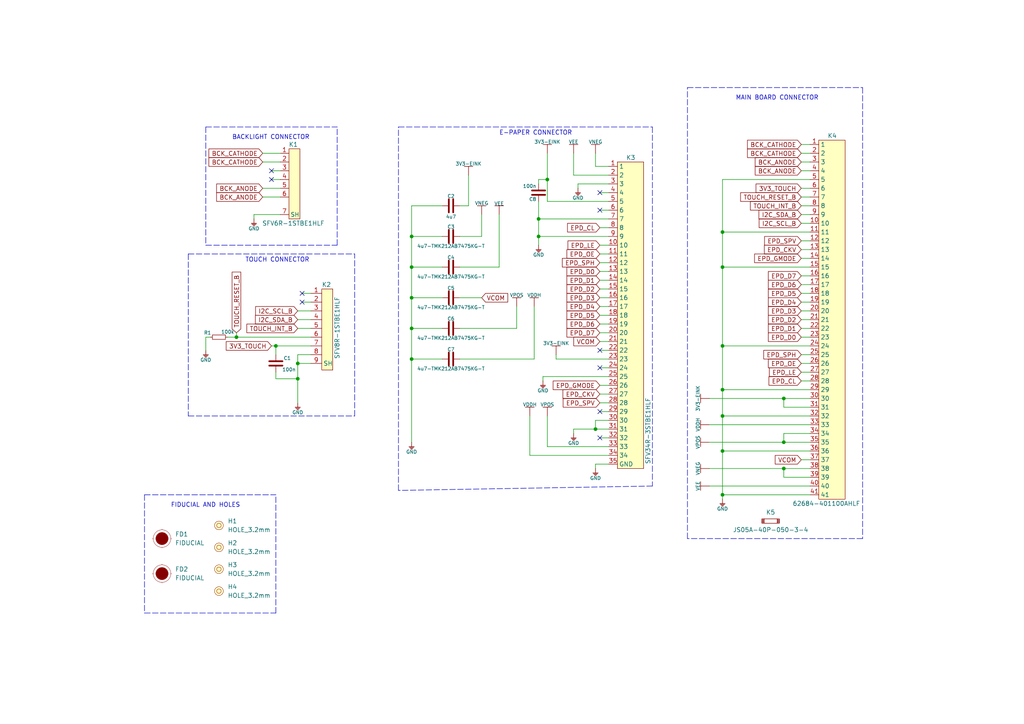
<source format=kicad_sch>
(kicad_sch (version 20211123) (generator eeschema)
  (paper "A4")
  (lib_symbols
    (symbol "e-radionica.com schematics:0603C" (pin_numbers hide) (pin_names (offset 0.002))
      (property "Reference" "C" (at 0 3.81 0))
      (property "Value" "0603C" (at 0 -3.175 0))
      (symbol "0603C_0_1"
        (polyline (pts (xy -0.635 1.905) (xy -0.635 -1.905)) (stroke (width 0.5)))
        (polyline (pts (xy 0.635 1.905) (xy 0.635 -1.905)) (stroke (width 0.5)))
      )
      (symbol "0603C_1_1"
        (pin passive line (at -2.54 0 0) (length 1.9) (name "~") (number "1"))
        (pin passive line (at 2.54 0 180) (length 1.9) (name "~") (number "2"))
      )
    )
    (symbol "e-radionica.com schematics:0603R" (pin_numbers hide) (pin_names (offset 0.254))
      (property "Reference" "R" (at 0 1.27 0))
      (property "Value" "0603R" (at 0 -1.905 0))
      (symbol "0603R_0_1"
        (rectangle (start -1.905 0.635) (end 1.905 -0.635) (stroke (width 0.15)))
      )
      (symbol "0603R_1_1"
        (pin passive line (at -2.54 0 0) (length 0.63) (name "~") (number "1"))
        (pin passive line (at 2.54 0 180) (length 0.63) (name "~") (number "2"))
      )
    )
    (symbol "e-radionica.com schematics:0805C" (pin_numbers hide)
      (property "Reference" "C" (at 0 3.81 0))
      (property "Value" "0805C" (at 0 -3.175 0))
      (symbol "0805C_0_1"
        (polyline (pts (xy -0.635 1.905) (xy -0.635 -1.905)) (stroke (width 0.5)))
        (polyline (pts (xy 0.635 1.905) (xy 0.635 -1.905)) (stroke (width 0.5)))
      )
      (symbol "0805C_1_1"
        (pin passive line (at -2.54 0 0) (length 1.9) (name "~") (number "1"))
        (pin passive line (at 2.54 0 180) (length 1.9) (name "~") (number "2"))
      )
    )
    (symbol "e-radionica.com schematics:3V3-EINK" (power) (pin_names (offset 0))
      (property "Value" "3V3-EINK" (at 0 3.556 0))
      (symbol "3V3-EINK_0_1"
        (polyline (pts (xy -1.27 2.54) (xy 1.27 2.54)) (stroke (width 0.16)))
        (polyline (pts (xy 0 0) (xy 0 2.54)))
      )
      (symbol "3V3-EINK_1_1"
        (pin power_in line (at 0 0 90) (length 0) hide (name "3V3-EINK") (number "1"))
      )
    )
    (symbol "e-radionica.com schematics:62684-401100AHLF"
      (property "Reference" "K" (at 0 52.07 0))
      (property "Value" "62684-401100AHLF" (at 0 -54.61 0))
      (symbol "62684-401100AHLF_0_1"
        (rectangle (start -3.81 50.8) (end 3.81 -53.34) (stroke (width 0.1524)) (fill (type background)))
      )
      (symbol "62684-401100AHLF_1_1"
        (pin input line (at -6.35 49.53 0) (length 2.54) (name "1") (number "1"))
        (pin input line (at -6.35 26.67 0) (length 2.54) (name "10") (number "10"))
        (pin input line (at -6.35 24.13 0) (length 2.54) (name "11") (number "11"))
        (pin input line (at -6.35 21.59 0) (length 2.54) (name "12") (number "12"))
        (pin input line (at -6.35 19.05 0) (length 2.54) (name "13") (number "13"))
        (pin input line (at -6.35 16.51 0) (length 2.54) (name "14") (number "14"))
        (pin input line (at -6.35 13.97 0) (length 2.54) (name "15") (number "15"))
        (pin input line (at -6.35 11.43 0) (length 2.54) (name "16") (number "16"))
        (pin input line (at -6.35 8.89 0) (length 2.54) (name "17") (number "17"))
        (pin input line (at -6.35 6.35 0) (length 2.54) (name "18") (number "18"))
        (pin input line (at -6.35 3.81 0) (length 2.54) (name "19") (number "19"))
        (pin input line (at -6.35 46.99 0) (length 2.54) (name "2") (number "2"))
        (pin input line (at -6.35 1.27 0) (length 2.54) (name "20") (number "20"))
        (pin input line (at -6.35 -1.27 0) (length 2.54) (name "21") (number "21"))
        (pin input line (at -6.35 -3.81 0) (length 2.54) (name "22") (number "22"))
        (pin input line (at -6.35 -6.35 0) (length 2.54) (name "23") (number "23"))
        (pin input line (at -6.35 -8.89 0) (length 2.54) (name "24") (number "24"))
        (pin input line (at -6.35 -11.43 0) (length 2.54) (name "25") (number "25"))
        (pin input line (at -6.35 -13.97 0) (length 2.54) (name "26") (number "26"))
        (pin input line (at -6.35 -16.51 0) (length 2.54) (name "27") (number "27"))
        (pin input line (at -6.35 -19.05 0) (length 2.54) (name "28") (number "28"))
        (pin input line (at -6.35 -21.59 0) (length 2.54) (name "29") (number "29"))
        (pin input line (at -6.35 44.45 0) (length 2.54) (name "3") (number "3"))
        (pin input line (at -6.35 -24.13 0) (length 2.54) (name "30") (number "30"))
        (pin input line (at -6.35 -26.67 0) (length 2.54) (name "31") (number "31"))
        (pin input line (at -6.35 -29.21 0) (length 2.54) (name "32") (number "32"))
        (pin input line (at -6.35 -31.75 0) (length 2.54) (name "33") (number "33"))
        (pin input line (at -6.35 -34.29 0) (length 2.54) (name "34") (number "34"))
        (pin input line (at -6.35 -36.83 0) (length 2.54) (name "35") (number "35"))
        (pin input line (at -6.35 -39.37 0) (length 2.54) (name "36") (number "36"))
        (pin input line (at -6.35 -41.91 0) (length 2.54) (name "37") (number "37"))
        (pin input line (at -6.35 -44.45 0) (length 2.54) (name "38") (number "38"))
        (pin input line (at -6.35 -46.99 0) (length 2.54) (name "39") (number "39"))
        (pin input line (at -6.35 41.91 0) (length 2.54) (name "4") (number "4"))
        (pin input line (at -6.35 -49.53 0) (length 2.54) (name "40") (number "40"))
        (pin input line (at -6.35 -52.07 0) (length 2.54) (name "41") (number "41"))
        (pin input line (at -6.35 39.37 0) (length 2.54) (name "5") (number "5"))
        (pin input line (at -6.35 36.83 0) (length 2.54) (name "6") (number "6"))
        (pin input line (at -6.35 34.29 0) (length 2.54) (name "7") (number "7"))
        (pin input line (at -6.35 31.75 0) (length 2.54) (name "8") (number "8"))
        (pin input line (at -6.35 29.21 0) (length 2.54) (name "9") (number "9"))
      )
    )
    (symbol "e-radionica.com schematics:FIDUCIAL" (in_bom no)
      (property "Reference" "FD" (at 0 3.81 0))
      (property "Value" "FIDUCIAL" (at 0 -3.81 0))
      (symbol "FIDUCIAL_0_1"
        (polyline (pts (xy -2.54 0) (xy -2.794 0)) (stroke (width 0.0006)))
        (polyline (pts (xy 0 -2.54) (xy 0 -2.794)) (stroke (width 0.0006)))
        (polyline (pts (xy 0 2.54) (xy 0 2.794)) (stroke (width 0.0006)))
        (polyline (pts (xy 2.54 0) (xy 2.794 0)) (stroke (width 0.0006)))
        (circle (center 0 0) (radius 1.7961) (stroke (width 0.001)) (fill (type outline)))
        (circle (center 0 0) (radius 2.54) (stroke (width 0.0006)))
      )
    )
    (symbol "e-radionica.com schematics:GND" (power) (pin_names (offset 0))
      (property "Value" "GND" (at 0 -2.921 0))
      (symbol "GND_0_1"
        (polyline (pts (xy -0.762 -1.27) (xy 0.762 -1.27)) (stroke (width 0.16)))
        (polyline (pts (xy -0.635 -1.524) (xy 0.635 -1.524)) (stroke (width 0.16)))
        (polyline (pts (xy -0.381 -1.778) (xy 0.381 -1.778)) (stroke (width 0.16)))
        (polyline (pts (xy -0.127 -2.032) (xy 0.127 -2.032)) (stroke (width 0.16)))
        (polyline (pts (xy 0 0) (xy 0 -1.27)) (stroke (width 0.16)))
      )
      (symbol "GND_1_1"
        (pin power_in line (at 0 0 270) (length 0) hide (name "GND") (number "1"))
      )
    )
    (symbol "e-radionica.com schematics:HOLE_3.2mm" (pin_numbers hide) (pin_names hide)
      (property "Reference" "H" (at 0 2.54 0))
      (property "Value" "HOLE_3.2mm" (at 0 -2.54 0))
      (symbol "HOLE_3.2mm_0_1"
        (circle (center 0 0) (radius 0.635) (stroke (width 0.1)))
        (circle (center 0 0) (radius 1.27) (stroke (width 0.1)) (fill (type background)))
      )
    )
    (symbol "e-radionica.com schematics:JS05A-40P-050-3-4" (pin_numbers hide) (pin_names hide)
      (property "Reference" "K?" (at 0 2.54 0))
      (property "Value" "JS05A-40P-050-3-4" (at 0 -2.54 0))
      (symbol "JS05A-40P-050-3-4_0_1"
        (rectangle (start -2.54 0.635) (end 2.54 -0.635) (stroke (width 0.1524)))
        (polyline (pts (xy -2.54 -0.381) (xy -1.905 -0.381)) (stroke (width 0.1524)))
        (polyline (pts (xy -2.54 -0.127) (xy -1.905 -0.127)) (stroke (width 0.1524)))
        (polyline (pts (xy -2.54 0.127) (xy -1.905 0.127)) (stroke (width 0.1524)))
        (polyline (pts (xy -2.54 0.381) (xy -1.905 0.381)) (stroke (width 0.1524)))
        (polyline (pts (xy -1.905 0.635) (xy -1.905 -0.635)) (stroke (width 0.1524)))
        (polyline (pts (xy 1.905 -0.381) (xy 2.54 -0.381)) (stroke (width 0.1524)))
        (polyline (pts (xy 1.905 -0.127) (xy 2.54 -0.127)) (stroke (width 0.1524)))
        (polyline (pts (xy 1.905 0.127) (xy 2.54 0.127)) (stroke (width 0.1524)))
        (polyline (pts (xy 1.905 0.381) (xy 2.54 0.381)) (stroke (width 0.1524)))
        (polyline (pts (xy 1.905 0.635) (xy 1.905 -0.635)) (stroke (width 0.1524)))
      )
    )
    (symbol "e-radionica.com schematics:SFV34R-3STBE1HLF"
      (property "Reference" "K" (at 0 45.72 0))
      (property "Value" "SFV34R-3STBE1HLF" (at 0 -46.99 0))
      (symbol "SFV34R-3STBE1HLF_0_1"
        (rectangle (start -3.81 44.45) (end 3.81 -44.45) (stroke (width 0.1524)) (fill (type background)))
      )
      (symbol "SFV34R-3STBE1HLF_1_1"
        (pin input line (at -6.35 43.18 0) (length 2.54) (name "1") (number "1"))
        (pin input line (at -6.35 20.32 0) (length 2.54) (name "10") (number "10"))
        (pin input line (at -6.35 17.78 0) (length 2.54) (name "11") (number "11"))
        (pin input line (at -6.35 15.24 0) (length 2.54) (name "12") (number "12"))
        (pin input line (at -6.35 12.7 0) (length 2.54) (name "13") (number "13"))
        (pin input line (at -6.35 10.16 0) (length 2.54) (name "14") (number "14"))
        (pin input line (at -6.35 7.62 0) (length 2.54) (name "15") (number "15"))
        (pin input line (at -6.35 5.08 0) (length 2.54) (name "16") (number "16"))
        (pin input line (at -6.35 2.54 0) (length 2.54) (name "17") (number "17"))
        (pin input line (at -6.35 0 0) (length 2.54) (name "18") (number "18"))
        (pin input line (at -6.35 -2.54 0) (length 2.54) (name "19") (number "19"))
        (pin input line (at -6.35 40.64 0) (length 2.54) (name "2") (number "2"))
        (pin input line (at -6.35 -5.08 0) (length 2.54) (name "20") (number "20"))
        (pin input line (at -6.35 -7.62 0) (length 2.54) (name "21") (number "21"))
        (pin input line (at -6.35 -10.16 0) (length 2.54) (name "22") (number "22"))
        (pin input line (at -6.35 -12.7 0) (length 2.54) (name "23") (number "23"))
        (pin input line (at -6.35 -15.24 0) (length 2.54) (name "24") (number "24"))
        (pin input line (at -6.35 -17.78 0) (length 2.54) (name "25") (number "25"))
        (pin input line (at -6.35 -20.32 0) (length 2.54) (name "26") (number "26"))
        (pin input line (at -6.35 -22.86 0) (length 2.54) (name "27") (number "27"))
        (pin input line (at -6.35 -25.4 0) (length 2.54) (name "28") (number "28"))
        (pin input line (at -6.35 -27.94 0) (length 2.54) (name "29") (number "29"))
        (pin input line (at -6.35 38.1 0) (length 2.54) (name "3") (number "3"))
        (pin input line (at -6.35 -30.48 0) (length 2.54) (name "30") (number "30"))
        (pin input line (at -6.35 -33.02 0) (length 2.54) (name "31") (number "31"))
        (pin input line (at -6.35 -35.56 0) (length 2.54) (name "32") (number "32"))
        (pin input line (at -6.35 -38.1 0) (length 2.54) (name "33") (number "33"))
        (pin input line (at -6.35 -40.64 0) (length 2.54) (name "34") (number "34"))
        (pin input line (at -6.35 -43.18 0) (length 2.54) (name "GND") (number "35"))
        (pin input line (at -6.35 35.56 0) (length 2.54) (name "4") (number "4"))
        (pin input line (at -6.35 33.02 0) (length 2.54) (name "5") (number "5"))
        (pin input line (at -6.35 30.48 0) (length 2.54) (name "6") (number "6"))
        (pin input line (at -6.35 27.94 0) (length 2.54) (name "7") (number "7"))
        (pin input line (at -6.35 25.4 0) (length 2.54) (name "8") (number "8"))
        (pin input line (at -6.35 22.86 0) (length 2.54) (name "9") (number "9"))
      )
    )
    (symbol "e-radionica.com schematics:SFV6R-1STBE1HLF"
      (property "Reference" "K" (at 0 11.43 0))
      (property "Value" "SFV6R-1STBE1HLF" (at 0 -11.43 0))
      (symbol "SFV6R-1STBE1HLF_0_1"
        (rectangle (start -1.27 10.16) (end 1.905 -10.16) (fill (type background)))
      )
      (symbol "SFV6R-1STBE1HLF_1_1"
        (pin passive line (at -3.81 8.89 0) (length 2.46) (name "") (number "1"))
        (pin passive line (at -3.81 6.35 0) (length 2.46) (name "") (number "2"))
        (pin passive line (at -3.81 3.81 0) (length 2.46) (name "") (number "3"))
        (pin passive line (at -3.81 1.27 0) (length 2.46) (name "") (number "4"))
        (pin passive line (at -3.81 -1.27 0) (length 2.46) (name "") (number "5"))
        (pin passive line (at -3.81 -3.81 0) (length 2.46) (name "") (number "6"))
        (pin passive line (at -3.81 -8.89 0) (length 2.46) (name "SH") (number "7"))
      )
    )
    (symbol "e-radionica.com schematics:SFV8R-1STBE1HLF"
      (property "Reference" "K" (at 1.27 1.27 0))
      (property "Value" "SFV8R-1STBE1HLF" (at 1.27 -9.525 90))
      (symbol "SFV8R-1STBE1HLF_0_1"
        (rectangle (start -0.635 0) (end 2.54 -23.495) (fill (type background)))
      )
      (symbol "SFV8R-1STBE1HLF_1_1"
        (pin passive line (at -3.81 -1.27 0) (length 3.1) (name "") (number "1"))
        (pin passive line (at -3.81 -3.81 0) (length 3.1) (name "") (number "2"))
        (pin passive line (at -3.81 -6.35 0) (length 3.1) (name "") (number "3"))
        (pin passive line (at -3.81 -8.89 0) (length 3.1) (name "") (number "4"))
        (pin passive line (at -3.81 -11.43 0) (length 3.1) (name "") (number "5"))
        (pin passive line (at -3.81 -13.97 0) (length 3.1) (name "") (number "6"))
        (pin passive line (at -3.81 -16.51 0) (length 3.1) (name "") (number "7"))
        (pin passive line (at -3.81 -19.05 0) (length 3.1) (name "") (number "8"))
        (pin passive line (at -3.81 -21.59 0) (length 3.1) (name "SH") (number "9"))
      )
    )
    (symbol "e-radionica.com schematics:VDDH" (power) (pin_names (offset 0))
      (property "Value" "VDDH" (at 0 3.556 0))
      (symbol "VDDH_0_1"
        (polyline (pts (xy -1.27 2.54) (xy 1.27 2.54)) (stroke (width 0.16)))
        (polyline (pts (xy 0 0) (xy 0 2.54)))
      )
      (symbol "VDDH_1_1"
        (pin power_in line (at 0 0 90) (length 0) hide (name "VDDH") (number "1"))
      )
    )
    (symbol "e-radionica.com schematics:VEE" (power) (pin_names (offset 0))
      (property "Value" "VEE" (at 0 3.556 0))
      (symbol "VEE_0_1"
        (polyline (pts (xy -1.27 2.54) (xy 1.27 2.54)) (stroke (width 0.16)))
        (polyline (pts (xy 0 0) (xy 0 2.54)))
      )
      (symbol "VEE_1_1"
        (pin power_in line (at 0 0 90) (length 0) hide (name "VEE") (number "1"))
      )
    )
    (symbol "e-radionica.com schematics:VNEG" (power) (pin_names (offset 0))
      (property "Value" "VNEG" (at 0 3.556 0))
      (symbol "VNEG_0_1"
        (polyline (pts (xy -1.27 2.54) (xy 1.27 2.54)) (stroke (width 0.16)))
        (polyline (pts (xy 0 0) (xy 0 2.54)))
      )
      (symbol "VNEG_1_1"
        (pin power_in line (at 0 0 90) (length 0) hide (name "VNEG") (number "1"))
      )
    )
    (symbol "e-radionica.com schematics:VPOS" (power) (pin_names (offset 0))
      (property "Value" "VPOS" (at 0 3.556 0))
      (symbol "VPOS_0_1"
        (polyline (pts (xy -1.27 2.54) (xy 1.27 2.54)) (stroke (width 0.16)))
        (polyline (pts (xy 0 0) (xy 0 2.54)))
      )
      (symbol "VPOS_1_1"
        (pin power_in line (at 0 0 90) (length 0) hide (name "VPOS") (number "1"))
      )
    )
  )
  (junction (at 158.75 52.07))
  (junction (at 172.72 124.46))
  (junction (at 86.36 109.855))
  (junction (at 156.21 68.58))
  (junction (at 209.55 100.33))
  (junction (at 227.33 128.27))
  (junction (at 227.33 135.89))
  (junction (at 209.55 130.81))
  (junction (at 119.38 86.36))
  (junction (at 119.38 104.14))
  (junction (at 119.38 95.25))
  (junction (at 156.21 63.5))
  (junction (at 209.55 113.03))
  (junction (at 68.58 97.79))
  (junction (at 80.01 100.33))
  (junction (at 209.55 143.51))
  (junction (at 209.55 77.47))
  (junction (at 119.38 68.58))
  (junction (at 227.33 115.57))
  (junction (at 86.36 105.41))
  (junction (at 209.55 120.65))
  (junction (at 209.55 67.31))
  (junction (at 119.38 77.47))
  (no_connect (at 173.99 60.96))
  (no_connect (at 173.99 127))
  (no_connect (at 173.99 101.6))
  (no_connect (at 173.99 106.68))
  (no_connect (at 173.99 55.88))
  (no_connect (at 87.63 87.63))
  (no_connect (at 87.63 85.09))
  (no_connect (at 78.74 49.53))
  (no_connect (at 78.74 52.07))
  (no_connect (at 173.99 119.38))
  (wire (pts (xy 86.36 116.84) (xy 86.36 109.855)))
  (polyline (pts (xy 54.61 73.66) (xy 102.87 73.66)))
  (wire (pts (xy 232.41 87.63) (xy 234.95 87.63)))
  (wire (pts (xy 119.38 104.14) (xy 119.38 128.27)))
  (wire (pts (xy 173.99 101.6) (xy 176.53 101.6)))
  (wire (pts (xy 119.38 86.36) (xy 128.27 86.36)))
  (wire (pts (xy 87.63 87.63) (xy 90.17 87.63)))
  (wire (pts (xy 167.64 54.61) (xy 167.64 53.34)))
  (wire (pts (xy 227.33 125.73) (xy 227.33 128.27)))
  (wire (pts (xy 227.33 135.89) (xy 234.95 135.89)))
  (wire (pts (xy 227.33 138.43) (xy 227.33 135.89)))
  (wire (pts (xy 173.99 111.76) (xy 176.53 111.76)))
  (wire (pts (xy 232.41 54.61) (xy 234.95 54.61)))
  (wire (pts (xy 173.99 119.38) (xy 176.53 119.38)))
  (wire (pts (xy 232.41 85.09) (xy 234.95 85.09)))
  (wire (pts (xy 119.38 95.25) (xy 119.38 104.14)))
  (wire (pts (xy 209.55 143.51) (xy 209.55 144.78)))
  (wire (pts (xy 172.72 44.45) (xy 172.72 48.26)))
  (wire (pts (xy 232.41 105.41) (xy 234.95 105.41)))
  (polyline (pts (xy 250.19 156.21) (xy 199.39 156.21)))
  (polyline (pts (xy 250.19 25.4) (xy 250.19 156.21)))
  (polyline (pts (xy 189.23 140.97) (xy 115.57 142.24)))
  (wire (pts (xy 158.75 129.54) (xy 176.53 129.54)))
  (wire (pts (xy 173.99 88.9) (xy 176.53 88.9)))
  (polyline (pts (xy 102.87 120.65) (xy 102.87 73.66)))
  (wire (pts (xy 232.41 74.93) (xy 234.95 74.93)))
  (wire (pts (xy 173.99 71.12) (xy 176.53 71.12)))
  (polyline (pts (xy 97.79 71.12) (xy 97.79 36.83)))
  (wire (pts (xy 173.99 66.04) (xy 176.53 66.04)))
  (wire (pts (xy 209.55 100.33) (xy 234.95 100.33)))
  (wire (pts (xy 232.41 102.87) (xy 234.95 102.87)))
  (polyline (pts (xy 199.39 156.21) (xy 199.39 25.4)))
  (wire (pts (xy 86.36 102.87) (xy 86.36 105.41)))
  (wire (pts (xy 78.74 49.53) (xy 81.28 49.53)))
  (wire (pts (xy 173.99 96.52) (xy 176.53 96.52)))
  (wire (pts (xy 173.99 127) (xy 176.53 127)))
  (wire (pts (xy 158.75 52.07) (xy 158.75 58.42)))
  (wire (pts (xy 232.41 41.91) (xy 234.95 41.91)))
  (wire (pts (xy 156.21 58.42) (xy 156.21 63.5)))
  (polyline (pts (xy 115.57 36.83) (xy 189.23 36.83)))
  (wire (pts (xy 73.66 62.23) (xy 73.66 63.5)))
  (wire (pts (xy 232.41 133.35) (xy 234.95 133.35)))
  (wire (pts (xy 227.33 128.27) (xy 234.95 128.27)))
  (wire (pts (xy 161.29 102.87) (xy 161.29 104.14)))
  (wire (pts (xy 176.53 132.08) (xy 153.67 132.08)))
  (wire (pts (xy 73.66 62.23) (xy 81.28 62.23)))
  (wire (pts (xy 119.38 59.69) (xy 128.27 59.69)))
  (wire (pts (xy 234.95 118.11) (xy 227.33 118.11)))
  (wire (pts (xy 173.99 99.06) (xy 176.53 99.06)))
  (wire (pts (xy 173.99 116.84) (xy 176.53 116.84)))
  (wire (pts (xy 90.17 105.41) (xy 86.36 105.41)))
  (wire (pts (xy 232.41 64.77) (xy 234.95 64.77)))
  (polyline (pts (xy 115.57 142.24) (xy 115.57 36.83)))
  (wire (pts (xy 209.55 52.07) (xy 209.55 67.31)))
  (wire (pts (xy 173.99 91.44) (xy 176.53 91.44)))
  (wire (pts (xy 173.99 60.96) (xy 176.53 60.96)))
  (wire (pts (xy 157.48 109.22) (xy 176.53 109.22)))
  (wire (pts (xy 232.41 59.69) (xy 234.95 59.69)))
  (wire (pts (xy 209.55 100.33) (xy 209.55 113.03)))
  (wire (pts (xy 232.41 95.25) (xy 234.95 95.25)))
  (wire (pts (xy 209.55 120.65) (xy 234.95 120.65)))
  (wire (pts (xy 119.38 68.58) (xy 119.38 77.47)))
  (wire (pts (xy 232.41 97.79) (xy 234.95 97.79)))
  (wire (pts (xy 158.75 44.45) (xy 158.75 52.07)))
  (wire (pts (xy 166.37 125.73) (xy 166.37 124.46)))
  (wire (pts (xy 209.55 67.31) (xy 234.95 67.31)))
  (wire (pts (xy 80.01 109.855) (xy 86.36 109.855)))
  (wire (pts (xy 119.38 59.69) (xy 119.38 68.58)))
  (wire (pts (xy 68.58 97.79) (xy 90.17 97.79)))
  (polyline (pts (xy 199.39 25.4) (xy 250.19 25.4)))
  (wire (pts (xy 166.37 50.8) (xy 176.53 50.8)))
  (wire (pts (xy 176.53 58.42) (xy 158.75 58.42)))
  (wire (pts (xy 86.36 90.17) (xy 90.17 90.17)))
  (wire (pts (xy 68.58 96.52) (xy 68.58 97.79)))
  (wire (pts (xy 76.2 44.45) (xy 81.28 44.45)))
  (wire (pts (xy 173.99 114.3) (xy 176.53 114.3)))
  (wire (pts (xy 144.78 62.23) (xy 144.78 77.47)))
  (wire (pts (xy 135.89 50.8) (xy 135.89 59.69)))
  (wire (pts (xy 232.41 44.45) (xy 234.95 44.45)))
  (wire (pts (xy 156.21 53.34) (xy 156.21 52.07)))
  (wire (pts (xy 172.72 124.46) (xy 176.53 124.46)))
  (polyline (pts (xy 59.69 71.12) (xy 97.79 71.12)))
  (wire (pts (xy 133.35 104.14) (xy 154.94 104.14)))
  (wire (pts (xy 60.96 97.79) (xy 59.69 97.79)))
  (wire (pts (xy 86.36 95.25) (xy 90.17 95.25)))
  (wire (pts (xy 128.27 104.14) (xy 119.38 104.14)))
  (wire (pts (xy 232.41 62.23) (xy 234.95 62.23)))
  (wire (pts (xy 232.41 92.71) (xy 234.95 92.71)))
  (polyline (pts (xy 59.69 36.83) (xy 59.69 71.12)))
  (wire (pts (xy 176.53 121.92) (xy 172.72 121.92)))
  (wire (pts (xy 173.99 93.98) (xy 176.53 93.98)))
  (wire (pts (xy 232.41 107.95) (xy 234.95 107.95)))
  (wire (pts (xy 232.41 57.15) (xy 234.95 57.15)))
  (wire (pts (xy 227.33 138.43) (xy 234.95 138.43)))
  (wire (pts (xy 78.74 100.33) (xy 80.01 100.33)))
  (wire (pts (xy 209.55 77.47) (xy 209.55 100.33)))
  (wire (pts (xy 158.75 120.65) (xy 158.75 129.54)))
  (wire (pts (xy 119.38 77.47) (xy 128.27 77.47)))
  (wire (pts (xy 119.38 86.36) (xy 119.38 95.25)))
  (wire (pts (xy 205.74 123.19) (xy 234.95 123.19)))
  (wire (pts (xy 209.55 120.65) (xy 209.55 130.81)))
  (wire (pts (xy 234.95 115.57) (xy 227.33 115.57)))
  (wire (pts (xy 128.27 68.58) (xy 119.38 68.58)))
  (wire (pts (xy 133.35 77.47) (xy 144.78 77.47)))
  (wire (pts (xy 86.36 105.41) (xy 86.36 109.855)))
  (wire (pts (xy 173.99 86.36) (xy 176.53 86.36)))
  (wire (pts (xy 156.21 68.58) (xy 156.21 71.12)))
  (wire (pts (xy 90.17 102.87) (xy 86.36 102.87)))
  (wire (pts (xy 156.21 63.5) (xy 176.53 63.5)))
  (polyline (pts (xy 41.91 177.8) (xy 80.01 177.8)))
  (wire (pts (xy 76.2 54.61) (xy 81.28 54.61)))
  (wire (pts (xy 167.64 53.34) (xy 176.53 53.34)))
  (wire (pts (xy 209.55 67.31) (xy 209.55 77.47)))
  (wire (pts (xy 80.01 102.87) (xy 80.01 100.33)))
  (wire (pts (xy 59.69 97.79) (xy 59.69 101.6)))
  (wire (pts (xy 156.21 52.07) (xy 158.75 52.07)))
  (wire (pts (xy 139.7 68.58) (xy 139.7 62.23)))
  (polyline (pts (xy 80.01 177.8) (xy 80.01 143.51)))
  (polyline (pts (xy 54.61 120.65) (xy 102.87 120.65)))
  (wire (pts (xy 209.55 77.47) (xy 234.95 77.47)))
  (wire (pts (xy 173.99 55.88) (xy 176.53 55.88)))
  (wire (pts (xy 139.7 86.36) (xy 133.35 86.36)))
  (wire (pts (xy 172.72 134.62) (xy 176.53 134.62)))
  (wire (pts (xy 232.41 82.55) (xy 234.95 82.55)))
  (polyline (pts (xy 59.69 36.83) (xy 97.79 36.83)))
  (wire (pts (xy 227.33 125.73) (xy 234.95 125.73)))
  (polyline (pts (xy 41.91 143.51) (xy 80.01 143.51)))
  (wire (pts (xy 205.74 135.89) (xy 227.33 135.89)))
  (wire (pts (xy 80.01 107.95) (xy 80.01 109.855)))
  (wire (pts (xy 133.35 95.25) (xy 149.86 95.25)))
  (wire (pts (xy 166.37 44.45) (xy 166.37 50.8)))
  (wire (pts (xy 161.29 104.14) (xy 176.53 104.14)))
  (wire (pts (xy 86.36 92.71) (xy 90.17 92.71)))
  (wire (pts (xy 205.74 128.27) (xy 227.33 128.27)))
  (wire (pts (xy 156.21 68.58) (xy 176.53 68.58)))
  (wire (pts (xy 232.41 90.17) (xy 234.95 90.17)))
  (wire (pts (xy 209.55 52.07) (xy 234.95 52.07)))
  (wire (pts (xy 87.63 85.09) (xy 90.17 85.09)))
  (wire (pts (xy 232.41 46.99) (xy 234.95 46.99)))
  (polyline (pts (xy 41.91 143.51) (xy 41.91 177.8)))
  (wire (pts (xy 173.99 106.68) (xy 176.53 106.68)))
  (wire (pts (xy 149.86 88.9) (xy 149.86 95.25)))
  (wire (pts (xy 66.04 97.79) (xy 68.58 97.79)))
  (wire (pts (xy 76.2 57.15) (xy 81.28 57.15)))
  (wire (pts (xy 234.95 143.51) (xy 209.55 143.51)))
  (wire (pts (xy 173.99 81.28) (xy 176.53 81.28)))
  (wire (pts (xy 173.99 78.74) (xy 176.53 78.74)))
  (wire (pts (xy 172.72 48.26) (xy 176.53 48.26)))
  (wire (pts (xy 209.55 113.03) (xy 234.95 113.03)))
  (wire (pts (xy 209.55 113.03) (xy 209.55 120.65)))
  (wire (pts (xy 173.99 73.66) (xy 176.53 73.66)))
  (wire (pts (xy 232.41 49.53) (xy 234.95 49.53)))
  (wire (pts (xy 173.99 83.82) (xy 176.53 83.82)))
  (wire (pts (xy 173.99 76.2) (xy 176.53 76.2)))
  (wire (pts (xy 76.2 46.99) (xy 81.28 46.99)))
  (wire (pts (xy 172.72 135.89) (xy 172.72 134.62)))
  (wire (pts (xy 156.21 63.5) (xy 156.21 68.58)))
  (wire (pts (xy 154.94 88.9) (xy 154.94 104.14)))
  (wire (pts (xy 157.48 110.49) (xy 157.48 109.22)))
  (wire (pts (xy 119.38 77.47) (xy 119.38 86.36)))
  (wire (pts (xy 232.41 69.85) (xy 234.95 69.85)))
  (wire (pts (xy 205.74 115.57) (xy 227.33 115.57)))
  (wire (pts (xy 166.37 124.46) (xy 172.72 124.46)))
  (wire (pts (xy 172.72 121.92) (xy 172.72 124.46)))
  (polyline (pts (xy 54.61 73.66) (xy 54.61 120.65)))
  (wire (pts (xy 205.74 140.97) (xy 234.95 140.97)))
  (wire (pts (xy 128.27 95.25) (xy 119.38 95.25)))
  (wire (pts (xy 78.74 52.07) (xy 81.28 52.07)))
  (wire (pts (xy 227.33 118.11) (xy 227.33 115.57)))
  (wire (pts (xy 80.01 100.33) (xy 90.17 100.33)))
  (wire (pts (xy 153.67 132.08) (xy 153.67 120.65)))
  (wire (pts (xy 232.41 72.39) (xy 234.95 72.39)))
  (wire (pts (xy 133.35 59.69) (xy 135.89 59.69)))
  (wire (pts (xy 232.41 110.49) (xy 234.95 110.49)))
  (polyline (pts (xy 189.23 36.83) (xy 189.23 140.97)))
  (wire (pts (xy 209.55 130.81) (xy 234.95 130.81)))
  (wire (pts (xy 232.41 80.01) (xy 234.95 80.01)))
  (wire (pts (xy 209.55 130.81) (xy 209.55 143.51)))
  (wire (pts (xy 133.35 68.58) (xy 139.7 68.58)))
  (text "TOUCH CONNECTOR" (at 71.12 76.2 0) (effects (font (size 1.27 1.27)) (justify left bottom)))
  (text "FIDUCIAL AND HOLES" (at 49.53 147.32 0) (effects (font (size 1.27 1.27)) (justify left bottom)))
  (text "E-PAPER CONNECTOR\n" (at 144.78 39.37 0) (effects (font (size 1.27 1.27)) (justify left bottom)))
  (text "BACKLIGHT CONNECTOR" (at 67.31 40.64 0) (effects (font (size 1.27 1.27)) (justify left bottom)))
  (text "MAIN BOARD CONNECTOR\n" (at 213.36 29.21 0) (effects (font (size 1.27 1.27)) (justify left bottom)))
  (global_label "EPD_SPH" (shape input) (at 232.41 102.87 180) (property "Intersheet References" "${INTERSHEET_REFS}" (effects hide)))
  (global_label "BCK_CATHODE" (shape input) (at 232.41 41.91 180) (property "Intersheet References" "${INTERSHEET_REFS}" (effects hide)))
  (global_label "EPD_D6" (shape input) (at 173.99 93.98 180) (property "Intersheet References" "${INTERSHEET_REFS}" (effects hide)))
  (global_label "BCK_CATHODE" (shape input) (at 76.2 46.99 180) (property "Intersheet References" "${INTERSHEET_REFS}" (effects hide)))
  (global_label "EPD_D1" (shape input) (at 232.41 95.25 180) (property "Intersheet References" "${INTERSHEET_REFS}" (effects hide)))
  (global_label "EPD_D4" (shape input) (at 232.41 87.63 180) (property "Intersheet References" "${INTERSHEET_REFS}" (effects hide)))
  (global_label "EPD_D3" (shape input) (at 173.99 86.36 180) (property "Intersheet References" "${INTERSHEET_REFS}" (effects hide)))
  (global_label "TOUCH_INT_B" (shape input) (at 232.41 59.69 180) (property "Intersheet References" "${INTERSHEET_REFS}" (effects hide)))
  (global_label "BCK_ANODE" (shape input) (at 232.41 46.99 180) (property "Intersheet References" "${INTERSHEET_REFS}" (effects hide)))
  (global_label "EPD_D0" (shape input) (at 232.41 97.79 180) (property "Intersheet References" "${INTERSHEET_REFS}" (effects hide)))
  (global_label "I2C_SDA_B" (shape input) (at 232.41 62.23 180) (property "Intersheet References" "${INTERSHEET_REFS}" (effects hide)))
  (global_label "EPD_D2" (shape input) (at 232.41 92.71 180) (property "Intersheet References" "${INTERSHEET_REFS}" (effects hide)))
  (global_label "TOUCH_INT_B" (shape input) (at 86.36 95.25 180) (property "Intersheet References" "${INTERSHEET_REFS}" (effects hide)))
  (global_label "EPD_CKV" (shape input) (at 173.99 114.3 180) (property "Intersheet References" "${INTERSHEET_REFS}" (effects hide)))
  (global_label "I2C_SDA_B" (shape input) (at 86.36 92.71 180) (property "Intersheet References" "${INTERSHEET_REFS}" (effects hide)))
  (global_label "EPD_SPH" (shape input) (at 173.99 76.2 180) (property "Intersheet References" "${INTERSHEET_REFS}" (effects hide)))
  (global_label "EPD_SPV" (shape input) (at 173.99 116.84 180) (property "Intersheet References" "${INTERSHEET_REFS}" (effects hide)))
  (global_label "TOUCH_RESET_B" (shape input) (at 232.41 57.15 180) (property "Intersheet References" "${INTERSHEET_REFS}" (effects hide)))
  (global_label "3V3_TOUCH" (shape input) (at 232.41 54.61 180) (property "Intersheet References" "${INTERSHEET_REFS}" (effects hide)))
  (global_label "VCOM" (shape input) (at 232.41 133.35 180) (property "Intersheet References" "${INTERSHEET_REFS}" (effects hide)))
  (global_label "EPD_SPV" (shape input) (at 232.41 69.85 180) (property "Intersheet References" "${INTERSHEET_REFS}" (effects hide)))
  (global_label "EPD_OE" (shape input) (at 232.41 105.41 180) (property "Intersheet References" "${INTERSHEET_REFS}" (effects hide)))
  (global_label "EPD_D4" (shape input) (at 173.99 88.9 180) (property "Intersheet References" "${INTERSHEET_REFS}" (effects hide)))
  (global_label "EPD_CL" (shape input) (at 173.99 66.04 180) (property "Intersheet References" "${INTERSHEET_REFS}" (effects hide)))
  (global_label "EPD_LE" (shape input) (at 173.99 71.12 180) (property "Intersheet References" "${INTERSHEET_REFS}" (effects hide)))
  (global_label "TOUCH_RESET_B" (shape input) (at 68.58 96.52 90) (property "Intersheet References" "${INTERSHEET_REFS}" (effects hide)))
  (global_label "EPD_GMODE" (shape input) (at 232.41 74.93 180) (property "Intersheet References" "${INTERSHEET_REFS}" (effects hide)))
  (global_label "BCK_ANODE" (shape input) (at 76.2 57.15 180) (property "Intersheet References" "${INTERSHEET_REFS}" (effects hide)))
  (global_label "BCK_ANODE" (shape input) (at 76.2 54.61 180) (property "Intersheet References" "${INTERSHEET_REFS}" (effects hide)))
  (global_label "EPD_D3" (shape input) (at 232.41 90.17 180) (property "Intersheet References" "${INTERSHEET_REFS}" (effects hide)))
  (global_label "BCK_ANODE" (shape input) (at 232.41 49.53 180) (property "Intersheet References" "${INTERSHEET_REFS}" (effects hide)))
  (global_label "VCOM" (shape input) (at 139.7 86.36 0) (property "Intersheet References" "${INTERSHEET_REFS}" (effects hide)))
  (global_label "VCOM" (shape input) (at 173.99 99.06 180) (property "Intersheet References" "${INTERSHEET_REFS}" (effects hide)))
  (global_label "3V3_TOUCH" (shape input) (at 78.74 100.33 180) (property "Intersheet References" "${INTERSHEET_REFS}" (effects hide)))
  (global_label "EPD_OE" (shape input) (at 173.99 73.66 180) (property "Intersheet References" "${INTERSHEET_REFS}" (effects hide)))
  (global_label "EPD_D0" (shape input) (at 173.99 78.74 180) (property "Intersheet References" "${INTERSHEET_REFS}" (effects hide)))
  (global_label "EPD_D2" (shape input) (at 173.99 83.82 180) (property "Intersheet References" "${INTERSHEET_REFS}" (effects hide)))
  (global_label "EPD_D5" (shape input) (at 173.99 91.44 180) (property "Intersheet References" "${INTERSHEET_REFS}" (effects hide)))
  (global_label "BCK_CATHODE" (shape input) (at 232.41 44.45 180) (property "Intersheet References" "${INTERSHEET_REFS}" (effects hide)))
  (global_label "EPD_GMODE" (shape input) (at 173.99 111.76 180) (property "Intersheet References" "${INTERSHEET_REFS}" (effects hide)))
  (global_label "I2C_SCL_B" (shape input) (at 232.41 64.77 180) (property "Intersheet References" "${INTERSHEET_REFS}" (effects hide)))
  (global_label "EPD_D7" (shape input) (at 173.99 96.52 180) (property "Intersheet References" "${INTERSHEET_REFS}" (effects hide)))
  (global_label "EPD_CL" (shape input) (at 232.41 110.49 180) (property "Intersheet References" "${INTERSHEET_REFS}" (effects hide)))
  (global_label "EPD_D6" (shape input) (at 232.41 82.55 180) (property "Intersheet References" "${INTERSHEET_REFS}" (effects hide)))
  (global_label "I2C_SCL_B" (shape input) (at 86.36 90.17 180) (property "Intersheet References" "${INTERSHEET_REFS}" (effects hide)))
  (global_label "EPD_D5" (shape input) (at 232.41 85.09 180) (property "Intersheet References" "${INTERSHEET_REFS}" (effects hide)))
  (global_label "EPD_LE" (shape input) (at 232.41 107.95 180) (property "Intersheet References" "${INTERSHEET_REFS}" (effects hide)))
  (global_label "EPD_CKV" (shape input) (at 232.41 72.39 180) (property "Intersheet References" "${INTERSHEET_REFS}" (effects hide)))
  (global_label "BCK_CATHODE" (shape input) (at 76.2 44.45 180) (property "Intersheet References" "${INTERSHEET_REFS}" (effects hide)))
  (global_label "EPD_D1" (shape input) (at 173.99 81.28 180) (property "Intersheet References" "${INTERSHEET_REFS}" (effects hide)))
  (global_label "EPD_D7" (shape input) (at 232.41 80.01 180) (property "Intersheet References" "${INTERSHEET_REFS}" (effects hide)))
  (symbol (lib_id "e-radionica.com schematics:VNEG") (at 205.74 135.89 90) (unit 1)
    (property "Reference" "#PWR0109" (effects hide))
    (property "Value" "VNEG" (at 202.438 135.89 0) (effects (font (size 1 1))))
  )
  (symbol (lib_id "e-radionica.com schematics:GND") (at 172.72 135.89 0) (unit 1)
    (property "Reference" "#PWR0105" (effects hide))
    (property "Value" "GND" (at 172.72 138.684 0) (effects (font (size 1 1))))
  )
  (symbol (lib_id "e-radionica.com schematics:SFV6R-1STBE1HLF") (at 85.09 53.34 0) (unit 1)
    (property "Reference" "K1" (at 85.09 41.91 0))
    (property "Value" "SFV6R-1STBE1HLF" (at 85.09 64.77 0))
    (property "Footprint" "e-radionica.com footprinti:SFV6R-1STBE1HLF" (effects hide))
  )
  (symbol (lib_id "e-radionica.com schematics:0805C") (at 130.81 77.47 0) (unit 1)
    (property "Reference" "C4" (at 130.81 74.676 0) (effects (font (size 1 1))))
    (property "Value" "4u7-TMK212AB7475KG-T" (at 130.81 80.264 0) (effects (font (size 1 1))))
    (property "Footprint" "e-radionica.com footprinti:0805C" (effects hide))
  )
  (symbol (lib_id "e-radionica.com schematics:0603C") (at 80.01 105.41 90) (unit 1)
    (property "Reference" "C1" (at 83.312 103.886 90) (effects (font (size 1 1))))
    (property "Value" "100n" (at 83.82 107.188 90) (effects (font (size 1 1))))
    (property "Footprint" "e-radionica.com footprinti:0603C" (effects hide))
  )
  (symbol (lib_id "e-radionica.com schematics:VEE") (at 144.78 62.23 0) (unit 1)
    (property "Reference" "#PWR0115" (effects hide))
    (property "Value" "VEE" (at 144.78 59.055 0) (effects (font (size 1 1))))
  )
  (symbol (lib_id "e-radionica.com schematics:VDDH") (at 154.94 88.9 0) (unit 1)
    (property "Reference" "#PWR0118" (effects hide))
    (property "Value" "VDDH" (at 154.94 85.598 0) (effects (font (size 1 1))))
  )
  (symbol (lib_id "e-radionica.com schematics:SFV8R-1STBE1HLF") (at 93.98 83.82 0) (unit 1)
    (property "Reference" "K2" (at 93.345 82.55 0) (effects (justify left)))
    (property "Value" "SFV8R-1STBE1HLF" (at 97.79 104.14 90) (effects (justify left)))
    (property "Footprint" "e-radionica.com footprinti:SFV8R-1STBE1HLF" (effects hide))
  )
  (symbol (lib_id "e-radionica.com schematics:GND") (at 119.38 128.27 0) (unit 1)
    (property "Reference" "#PWR0125" (effects hide))
    (property "Value" "GND" (at 119.38 131.064 0) (effects (font (size 1 1))))
  )
  (symbol (lib_id "e-radionica.com schematics:GND") (at 73.66 63.5 0) (unit 1)
    (property "Reference" "#PWR0124" (effects hide))
    (property "Value" "GND" (at 73.66 66.294 0) (effects (font (size 1 1))))
  )
  (symbol (lib_id "e-radionica.com schematics:0805C") (at 130.81 95.25 0) (unit 1)
    (property "Reference" "C6" (at 130.81 92.456 0) (effects (font (size 1 1))))
    (property "Value" "4u7-TMK212AB7475KG-T" (at 130.81 98.044 0) (effects (font (size 1 1))))
    (property "Footprint" "e-radionica.com footprinti:0805C" (effects hide))
  )
  (symbol (lib_id "e-radionica.com schematics:0805C") (at 130.81 86.36 0) (unit 1)
    (property "Reference" "C5" (at 130.81 83.566 0) (effects (font (size 1 1))))
    (property "Value" "4u7-TMK212AB7475KG-T" (at 130.81 89.154 0) (effects (font (size 1 1))))
    (property "Footprint" "e-radionica.com footprinti:0805C" (effects hide))
  )
  (symbol (lib_id "e-radionica.com schematics:VNEG") (at 139.7 62.23 0) (unit 1)
    (property "Reference" "#PWR0117" (effects hide))
    (property "Value" "VNEG" (at 139.7 58.928 0) (effects (font (size 1 1))))
  )
  (symbol (lib_id "e-radionica.com schematics:FIDUCIAL") (at 46.99 156.21 0) (unit 1) (in_bom no)
    (property "Reference" "FD1" (at 50.8 154.9399 0) (effects (justify left)))
    (property "Value" "FIDUCIAL" (at 50.8 157.4799 0) (effects (justify left)))
    (property "Footprint" "e-radionica.com footprinti:FIDUCIAL_23" (effects hide))
  )
  (symbol (lib_id "e-radionica.com schematics:VPOS") (at 149.86 88.9 0) (unit 1)
    (property "Reference" "#PWR0119" (effects hide))
    (property "Value" "VPOS" (at 149.86 85.598 0) (effects (font (size 1 1))))
  )
  (symbol (lib_id "e-radionica.com schematics:GND") (at 59.69 101.6 0) (unit 1)
    (property "Reference" "#PWR0123" (effects hide))
    (property "Value" "GND" (at 59.69 104.394 0) (effects (font (size 1 1))))
  )
  (symbol (lib_id "e-radionica.com schematics:SFV34R-3STBE1HLF") (at 182.88 91.44 0) (unit 1)
    (property "Reference" "K3" (at 181.61 45.72 0) (effects (justify left)))
    (property "Value" "SFV34R-3STBE1HLF" (at 187.96 134.62 90) (effects (justify left)))
    (property "Footprint" "e-radionica.com footprinti:SFV34R-3STBE1HLF" (effects hide))
  )
  (symbol (lib_id "e-radionica.com schematics:3V3-EINK") (at 161.29 102.87 0) (unit 1)
    (property "Reference" "#PWR0102" (effects hide))
    (property "Value" "3V3-EINK" (at 161.29 99.568 0) (effects (font (size 1 1))))
  )
  (symbol (lib_id "e-radionica.com schematics:JS05A-40P-050-3-4") (at 223.52 151.13 0) (unit 1)
    (property "Reference" "K5" (at 223.52 148.59 0))
    (property "Value" "JS05A-40P-050-3-4" (at 223.52 153.67 0))
    (property "Footprint" "e-radionica.com footprinti:JS05A-40P-050-3-4" (effects hide))
  )
  (symbol (lib_id "e-radionica.com schematics:3V3-EINK") (at 158.75 44.45 0) (unit 1)
    (property "Reference" "#PWR0120" (effects hide))
    (property "Value" "3V3-EINK" (at 158.75 41.148 0) (effects (font (size 1 1))))
  )
  (symbol (lib_id "e-radionica.com schematics:VDDH") (at 205.74 123.19 90) (unit 1)
    (property "Reference" "#PWR0112" (effects hide))
    (property "Value" "VDDH" (at 202.438 123.19 0) (effects (font (size 1 1))))
  )
  (symbol (lib_id "e-radionica.com schematics:3V3-EINK") (at 135.89 50.8 0) (unit 1)
    (property "Reference" "#PWR0121" (effects hide))
    (property "Value" "3V3-EINK" (at 135.89 47.498 0) (effects (font (size 1 1))))
  )
  (symbol (lib_id "e-radionica.com schematics:0603R") (at 63.5 97.79 180) (unit 1)
    (property "Reference" "R1" (at 60.198 96.52 0) (effects (font (size 1 1))))
    (property "Value" "100k" (at 66.04 96.266 0) (effects (font (size 1 1))))
    (property "Footprint" "e-radionica.com footprinti:0603R" (effects hide))
  )
  (symbol (lib_id "e-radionica.com schematics:0805C") (at 130.81 104.14 0) (unit 1)
    (property "Reference" "C7" (at 130.81 101.346 0) (effects (font (size 1 1))))
    (property "Value" "4u7-TMK212AB7475KG-T" (at 130.81 106.934 0) (effects (font (size 1 1))))
    (property "Footprint" "e-radionica.com footprinti:0805C" (effects hide))
  )
  (symbol (lib_id "e-radionica.com schematics:HOLE_3.2mm") (at 63.5 165.1 0) (unit 1)
    (property "Reference" "H3" (at 66.04 163.8299 0) (effects (justify left)))
    (property "Value" "HOLE_3.2mm" (at 66.04 166.3699 0) (effects (justify left)))
    (property "Footprint" "e-radionica.com footprinti:HOLE_3.2mm" (effects hide))
  )
  (symbol (lib_id "e-radionica.com schematics:3V3-EINK") (at 205.74 115.57 90) (unit 1)
    (property "Reference" "#PWR0113" (effects hide))
    (property "Value" "3V3-EINK" (at 202.438 115.57 0) (effects (font (size 1 1))))
  )
  (symbol (lib_id "e-radionica.com schematics:GND") (at 156.21 71.12 0) (unit 1)
    (property "Reference" "#PWR0116" (effects hide))
    (property "Value" "GND" (at 156.21 73.914 0) (effects (font (size 1 1))))
  )
  (symbol (lib_id "e-radionica.com schematics:HOLE_3.2mm") (at 63.5 171.45 0) (unit 1)
    (property "Reference" "H4" (at 66.04 170.1799 0) (effects (justify left)))
    (property "Value" "HOLE_3.2mm" (at 66.04 172.7199 0) (effects (justify left)))
    (property "Footprint" "e-radionica.com footprinti:HOLE_3.2mm" (effects hide))
  )
  (symbol (lib_id "e-radionica.com schematics:GND") (at 209.55 144.78 0) (unit 1)
    (property "Reference" "#PWR0111" (effects hide))
    (property "Value" "GND" (at 209.55 147.574 0) (effects (font (size 1 1))))
  )
  (symbol (lib_id "e-radionica.com schematics:GND") (at 167.64 54.61 0) (unit 1)
    (property "Reference" "#PWR0101" (effects hide))
    (property "Value" "GND" (at 167.64 57.404 0) (effects (font (size 1 1))))
  )
  (symbol (lib_id "e-radionica.com schematics:VPOS") (at 205.74 128.27 90) (unit 1)
    (property "Reference" "#PWR0114" (effects hide))
    (property "Value" "VPOS" (at 202.438 128.27 0) (effects (font (size 1 1))))
  )
  (symbol (lib_id "e-radionica.com schematics:FIDUCIAL") (at 46.99 166.37 0) (unit 1) (in_bom no)
    (property "Reference" "FD2" (at 50.8 165.0999 0) (effects (justify left)))
    (property "Value" "FIDUCIAL" (at 50.8 167.6399 0) (effects (justify left)))
    (property "Footprint" "e-radionica.com footprinti:FIDUCIAL_23" (effects hide))
  )
  (symbol (lib_id "e-radionica.com schematics:GND") (at 86.36 116.84 0) (unit 1)
    (property "Reference" "#PWR0122" (effects hide))
    (property "Value" "GND" (at 86.36 119.634 0) (effects (font (size 1 1))))
  )
  (symbol (lib_id "e-radionica.com schematics:62684-401100AHLF") (at 241.3 91.44 0) (unit 1)
    (property "Reference" "K4" (at 240.03 39.37 0) (effects (justify left)))
    (property "Value" "62684-401100AHLF" (at 229.87 146.05 0) (effects (justify left)))
    (property "Footprint" "e-radionica.com footprinti:62684-401100AHLF" (effects hide))
    (property "Datasheet" "https://cdn.amphenol-cs.com/media/wysiwyg/files/drawing/62684.pdf" (effects hide))
  )
  (symbol (lib_id "e-radionica.com schematics:VPOS") (at 158.75 120.65 0) (unit 1)
    (property "Reference" "#PWR0107" (effects hide))
    (property "Value" "VPOS" (at 158.75 117.348 0) (effects (font (size 1 1))))
  )
  (symbol (lib_id "e-radionica.com schematics:GND") (at 166.37 125.73 0) (unit 1)
    (property "Reference" "#PWR0108" (effects hide))
    (property "Value" "GND" (at 166.37 128.524 0) (effects (font (size 1 1))))
  )
  (symbol (lib_id "e-radionica.com schematics:GND") (at 157.48 110.49 0) (unit 1)
    (property "Reference" "#PWR0106" (effects hide))
    (property "Value" "GND" (at 157.48 113.284 0) (effects (font (size 1 1))))
  )
  (symbol (lib_id "e-radionica.com schematics:VEE") (at 205.74 140.97 90) (unit 1)
    (property "Reference" "#PWR0110" (effects hide))
    (property "Value" "VEE" (at 202.438 140.97 0) (effects (font (size 1 1))))
  )
  (symbol (lib_id "e-radionica.com schematics:0603C") (at 130.81 59.69 0) (unit 1)
    (property "Reference" "C2" (at 130.81 56.896 0) (effects (font (size 1 1))))
    (property "Value" "4u7" (at 130.81 62.865 0) (effects (font (size 1 1))))
    (property "Footprint" "e-radionica.com footprinti:0603C" (effects hide))
  )
  (symbol (lib_id "e-radionica.com schematics:VDDH") (at 153.67 120.65 0) (unit 1)
    (property "Reference" "#PWR0126" (effects hide))
    (property "Value" "VDDH" (at 153.67 117.348 0) (effects (font (size 1 1))))
  )
  (symbol (lib_id "e-radionica.com schematics:0805C") (at 130.81 68.58 0) (unit 1)
    (property "Reference" "C3" (at 130.81 65.786 0) (effects (font (size 1 1))))
    (property "Value" "4u7-TMK212AB7475KG-T" (at 130.81 71.374 0) (effects (font (size 1 1))))
    (property "Footprint" "e-radionica.com footprinti:0805C" (effects hide))
  )
  (symbol (lib_id "e-radionica.com schematics:VEE") (at 166.37 44.45 0) (unit 1)
    (property "Reference" "#PWR0103" (effects hide))
    (property "Value" "VEE" (at 166.37 41.148 0) (effects (font (size 1 1))))
  )
  (symbol (lib_id "e-radionica.com schematics:VNEG") (at 172.72 44.45 0) (unit 1)
    (property "Reference" "#PWR0104" (effects hide))
    (property "Value" "VNEG" (at 172.72 41.148 0) (effects (font (size 1 1))))
  )
  (symbol (lib_id "e-radionica.com schematics:HOLE_3.2mm") (at 63.5 152.4 0) (unit 1)
    (property "Reference" "H1" (at 66.04 151.1299 0) (effects (justify left)))
    (property "Value" "HOLE_3.2mm" (at 66.04 153.6699 0) (effects (justify left)))
    (property "Footprint" "e-radionica.com footprinti:HOLE_3.2mm" (effects hide))
  )
  (symbol (lib_id "e-radionica.com schematics:HOLE_3.2mm") (at 63.5 158.75 0) (unit 1)
    (property "Reference" "H2" (at 66.04 157.4799 0) (effects (justify left)))
    (property "Value" "HOLE_3.2mm" (at 66.04 160.0199 0) (effects (justify left)))
    (property "Footprint" "e-radionica.com footprinti:HOLE_3.2mm" (effects hide))
  )
  (symbol (lib_id "e-radionica.com schematics:0603C") (at 156.21 55.88 270) (unit 1)
    (property "Reference" "C8" (at 155.575 57.785 90) (effects (font (size 1 1)) (justify right)))
    (property "Value" "100n" (at 155.575 53.975 90) (effects (font (size 1 1)) (justify right)))
    (property "Footprint" "e-radionica.com footprinti:0603C" (effects hide))
  )
)
</source>
